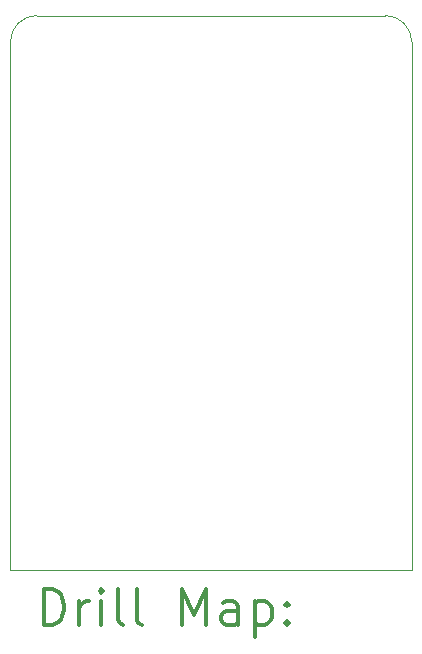
<source format=gbr>
%FSLAX45Y45*%
G04 Gerber Fmt 4.5, Leading zero omitted, Abs format (unit mm)*
G04 Created by KiCad (PCBNEW (5.1.4)-1) date 2019-12-12 19:40:37*
%MOMM*%
%LPD*%
G04 APERTURE LIST*
%ADD10C,0.050000*%
%ADD11C,0.200000*%
%ADD12C,0.300000*%
G04 APERTURE END LIST*
D10*
X1206500Y-2065000D02*
G75*
G02X1430000Y-1841500I223500J0D01*
G01*
X4381500Y-1841500D02*
G75*
G02X4605000Y-2065000I0J-223500D01*
G01*
X4605000Y-2065000D02*
X4605000Y-6532000D01*
X1206500Y-6532000D02*
X4605000Y-6532000D01*
X1430000Y-1841500D02*
X4381500Y-1841500D01*
X1206500Y-2065000D02*
X1206500Y-6532000D01*
D11*
D12*
X1490428Y-7000214D02*
X1490428Y-6700214D01*
X1561857Y-6700214D01*
X1604714Y-6714500D01*
X1633286Y-6743071D01*
X1647571Y-6771643D01*
X1661857Y-6828786D01*
X1661857Y-6871643D01*
X1647571Y-6928786D01*
X1633286Y-6957357D01*
X1604714Y-6985929D01*
X1561857Y-7000214D01*
X1490428Y-7000214D01*
X1790428Y-7000214D02*
X1790428Y-6800214D01*
X1790428Y-6857357D02*
X1804714Y-6828786D01*
X1819000Y-6814500D01*
X1847571Y-6800214D01*
X1876143Y-6800214D01*
X1976143Y-7000214D02*
X1976143Y-6800214D01*
X1976143Y-6700214D02*
X1961857Y-6714500D01*
X1976143Y-6728786D01*
X1990428Y-6714500D01*
X1976143Y-6700214D01*
X1976143Y-6728786D01*
X2161857Y-7000214D02*
X2133286Y-6985929D01*
X2119000Y-6957357D01*
X2119000Y-6700214D01*
X2319000Y-7000214D02*
X2290428Y-6985929D01*
X2276143Y-6957357D01*
X2276143Y-6700214D01*
X2661857Y-7000214D02*
X2661857Y-6700214D01*
X2761857Y-6914500D01*
X2861857Y-6700214D01*
X2861857Y-7000214D01*
X3133286Y-7000214D02*
X3133286Y-6843071D01*
X3119000Y-6814500D01*
X3090428Y-6800214D01*
X3033286Y-6800214D01*
X3004714Y-6814500D01*
X3133286Y-6985929D02*
X3104714Y-7000214D01*
X3033286Y-7000214D01*
X3004714Y-6985929D01*
X2990428Y-6957357D01*
X2990428Y-6928786D01*
X3004714Y-6900214D01*
X3033286Y-6885929D01*
X3104714Y-6885929D01*
X3133286Y-6871643D01*
X3276143Y-6800214D02*
X3276143Y-7100214D01*
X3276143Y-6814500D02*
X3304714Y-6800214D01*
X3361857Y-6800214D01*
X3390428Y-6814500D01*
X3404714Y-6828786D01*
X3419000Y-6857357D01*
X3419000Y-6943071D01*
X3404714Y-6971643D01*
X3390428Y-6985929D01*
X3361857Y-7000214D01*
X3304714Y-7000214D01*
X3276143Y-6985929D01*
X3547571Y-6971643D02*
X3561857Y-6985929D01*
X3547571Y-7000214D01*
X3533286Y-6985929D01*
X3547571Y-6971643D01*
X3547571Y-7000214D01*
X3547571Y-6814500D02*
X3561857Y-6828786D01*
X3547571Y-6843071D01*
X3533286Y-6828786D01*
X3547571Y-6814500D01*
X3547571Y-6843071D01*
M02*

</source>
